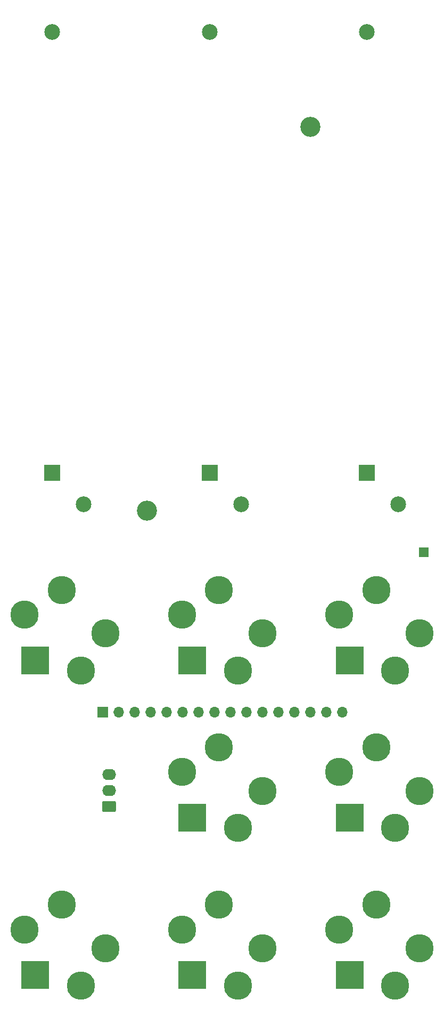
<source format=gbs>
G04 #@! TF.GenerationSoftware,KiCad,Pcbnew,6.0.2-378541a8eb~116~ubuntu20.04.1*
G04 #@! TF.CreationDate,2022-03-12T17:00:33-05:00*
G04 #@! TF.ProjectId,attenuverters_b2,61747465-6e75-4766-9572-746572735f62,rev?*
G04 #@! TF.SameCoordinates,Original*
G04 #@! TF.FileFunction,Soldermask,Bot*
G04 #@! TF.FilePolarity,Negative*
%FSLAX46Y46*%
G04 Gerber Fmt 4.6, Leading zero omitted, Abs format (unit mm)*
G04 Created by KiCad (PCBNEW 6.0.2-378541a8eb~116~ubuntu20.04.1) date 2022-03-12 17:00:33*
%MOMM*%
%LPD*%
G01*
G04 APERTURE LIST*
G04 Aperture macros list*
%AMRoundRect*
0 Rectangle with rounded corners*
0 $1 Rounding radius*
0 $2 $3 $4 $5 $6 $7 $8 $9 X,Y pos of 4 corners*
0 Add a 4 corners polygon primitive as box body*
4,1,4,$2,$3,$4,$5,$6,$7,$8,$9,$2,$3,0*
0 Add four circle primitives for the rounded corners*
1,1,$1+$1,$2,$3*
1,1,$1+$1,$4,$5*
1,1,$1+$1,$6,$7*
1,1,$1+$1,$8,$9*
0 Add four rect primitives between the rounded corners*
20,1,$1+$1,$2,$3,$4,$5,0*
20,1,$1+$1,$4,$5,$6,$7,0*
20,1,$1+$1,$6,$7,$8,$9,0*
20,1,$1+$1,$8,$9,$2,$3,0*%
G04 Aperture macros list end*
%ADD10R,2.500000X2.500000*%
%ADD11C,2.500000*%
%ADD12C,3.200000*%
%ADD13C,4.500001*%
%ADD14R,4.500001X4.500001*%
%ADD15C,4.500000*%
%ADD16R,1.500000X1.500000*%
%ADD17RoundRect,0.250000X0.850000X-0.620000X0.850000X0.620000X-0.850000X0.620000X-0.850000X-0.620000X0*%
%ADD18O,2.200000X1.740000*%
%ADD19R,1.700000X1.700000*%
%ADD20O,1.700000X1.700000*%
G04 APERTURE END LIST*
D10*
G04 #@! TO.C,RV2*
X147999999Y-97499997D03*
D11*
X152999999Y-102499997D03*
X147999999Y-27499997D03*
G04 #@! TD*
D10*
G04 #@! TO.C,RV1*
X122999999Y-97499997D03*
D11*
X127999999Y-102499997D03*
X122999999Y-27499997D03*
G04 #@! TD*
D12*
G04 #@! TO.C,H2*
X163999999Y-42499997D03*
G04 #@! TD*
D13*
G04 #@! TO.C,J13*
X181399999Y-147999997D03*
X177499999Y-153899997D03*
D14*
X170259999Y-152239997D03*
D15*
X174499999Y-141099997D03*
X168599999Y-144999997D03*
G04 #@! TD*
D13*
G04 #@! TO.C,J12*
X156399999Y-147999997D03*
X152499999Y-153899997D03*
D14*
X145259999Y-152239997D03*
D15*
X149499999Y-141099997D03*
X143599999Y-144999997D03*
G04 #@! TD*
D16*
G04 #@! TO.C,TP4*
X182079999Y-110129997D03*
G04 #@! TD*
D13*
G04 #@! TO.C,J3*
X131399999Y-122999997D03*
X127499999Y-128899997D03*
D14*
X120259999Y-127239997D03*
D15*
X124499999Y-116099997D03*
X118599999Y-119999997D03*
G04 #@! TD*
D13*
G04 #@! TO.C,J9*
X131399999Y-172999997D03*
X127499999Y-178899997D03*
D14*
X120259999Y-177239997D03*
D15*
X124499999Y-166099997D03*
X118599999Y-169999997D03*
G04 #@! TD*
D10*
G04 #@! TO.C,RV3*
X172999999Y-97499997D03*
D11*
X177999999Y-102499997D03*
X172999999Y-27499997D03*
G04 #@! TD*
D12*
G04 #@! TO.C,H3*
X137999999Y-103499997D03*
G04 #@! TD*
D13*
G04 #@! TO.C,J4*
X156399999Y-122999997D03*
X152499999Y-128899997D03*
D14*
X145259999Y-127239997D03*
D15*
X149499999Y-116099997D03*
X143599999Y-119999997D03*
G04 #@! TD*
D13*
G04 #@! TO.C,J10*
X156399999Y-172999997D03*
X152499999Y-178899997D03*
D14*
X145259999Y-177239997D03*
D15*
X149499999Y-166099997D03*
X143599999Y-169999997D03*
G04 #@! TD*
D13*
G04 #@! TO.C,J5*
X181399999Y-122999997D03*
X177499999Y-128899997D03*
D14*
X170259999Y-127239997D03*
D15*
X174499999Y-116099997D03*
X168599999Y-119999997D03*
G04 #@! TD*
D13*
G04 #@! TO.C,J11*
X181399999Y-172999997D03*
X177499999Y-178899997D03*
D14*
X170259999Y-177239997D03*
D15*
X174499999Y-166099997D03*
X168599999Y-169999997D03*
G04 #@! TD*
D17*
G04 #@! TO.C,J6*
X131999999Y-150499997D03*
D18*
X131999999Y-147959997D03*
X131999999Y-145419997D03*
G04 #@! TD*
D19*
G04 #@! TO.C,J2*
X130999999Y-135499997D03*
D20*
X133539999Y-135499997D03*
X136079999Y-135499997D03*
X138619999Y-135499997D03*
X141159999Y-135499997D03*
X143699999Y-135499997D03*
X146239999Y-135499997D03*
X148779999Y-135499997D03*
X151319999Y-135499997D03*
X153859999Y-135499997D03*
X156399999Y-135499997D03*
X158939999Y-135499997D03*
X161479999Y-135499997D03*
X164019999Y-135499997D03*
X166559999Y-135499997D03*
X169099999Y-135499997D03*
G04 #@! TD*
M02*

</source>
